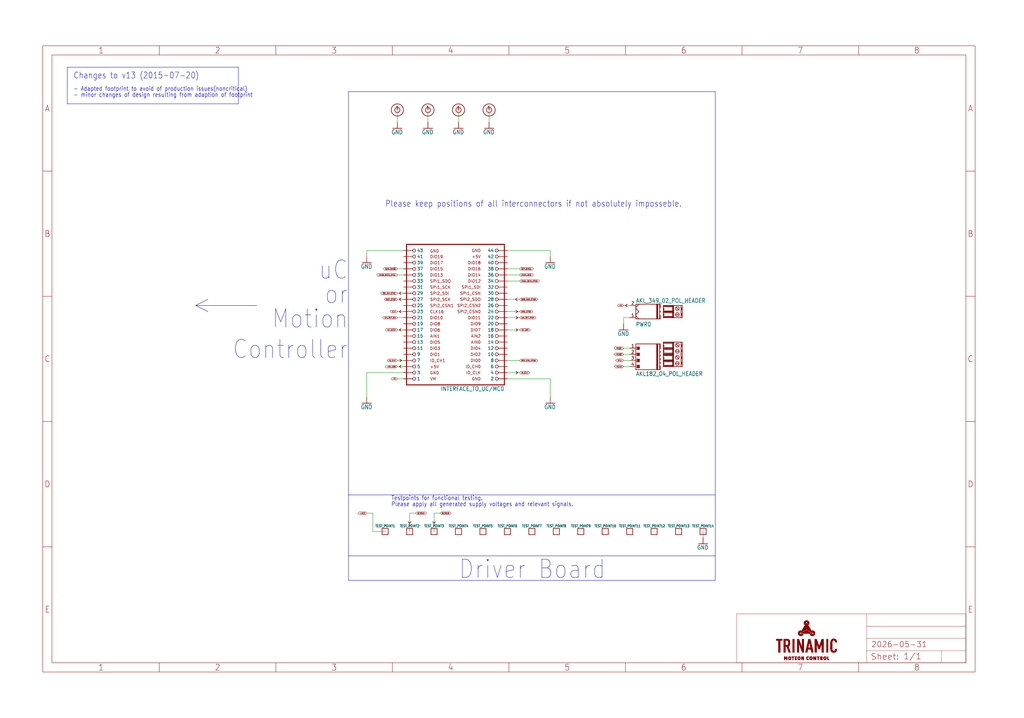
<source format=kicad_sch>
(kicad_sch (version 20230121) (generator eeschema)
  (paper "User" 425.45 298.602)
  (lib_symbols
    (symbol "working-eagle-import:1PIN_1ROW"
      (symbol "1PIN_1ROW_1_0"
        (pin bidirectional line (at 0 0 0) (length 0) (name "P$1") (number "1"))
      )
    )
    (symbol "working-eagle-import:AKL182_04_POL_HEADER"
      (symbol "AKL182_04_POL_HEADER_1_0"
        (pin bidirectional line (at 0 7.62 0) (length 2.54) (name "1") (number "1"))
        (pin bidirectional line (at 0 5.08 0) (length 2.54) (name "2") (number "2"))
        (pin bidirectional line (at 0 2.54 0) (length 2.54) (name "3") (number "3"))
        (pin bidirectional line (at 0 0 0) (length 2.54) (name "4") (number "4"))
      )
    )
    (symbol "working-eagle-import:AKL182_04_POL_TERMINAL")
    (symbol "working-eagle-import:AKL_330_2_POL_TERMINAL")
    (symbol "working-eagle-import:AKL_349_02_POL_HEADER"
      (property "Reference" "CON" (at -5.08 4.318 0))
      (symbol "AKL_349_02_POL_HEADER_1_0"
        (pin bidirectional line (at -7.62 2.54 0) (length 2.54) (name "1") (number "1"))
        (pin bidirectional line (at -7.62 -2.54 0) (length 2.54) (name "2") (number "2"))
      )
    )
    (symbol "working-eagle-import:DIRECTION")
    (symbol "working-eagle-import:FEMALE_HEADER_SMD_2.54_44_PINSHORTPADS_HOLES"
      (property "Reference" "CON" (at -34.29 31.115 0))
      (symbol "FEMALE_HEADER_SMD_2.54_44_PINSHORTPADS_HOLES_1_0"
        (text "+5V" (at -24.536 -22.83 0) (effects (font (size 1.2 1.2)) (justify left)))
        (text "+5V" (at -3.341 22.922 0) (effects (font (size 1.2 1.2)) (justify right)))
        (text "AIN0" (at -24.536 12.73 0) (effects (font (size 1.2 1.2)) (justify left)))
        (text "AIN1" (at -3.341 10.222 0) (effects (font (size 1.2 1.2)) (justify right)))
        (text "AIN2" (at -24.536 10.19 0) (effects (font (size 1.2 1.2)) (justify left)))
        (text "CLK16" (at -3.341 0.062 0) (effects (font (size 1.2 1.2)) (justify right)))
        (text "DIO0" (at -24.536 20.35 0) (effects (font (size 1.2 1.2)) (justify left)))
        (text "DIO1" (at -3.341 17.842 0) (effects (font (size 1.2 1.2)) (justify right)))
        (text "DIO10" (at -3.341 2.602 0) (effects (font (size 1.2 1.2)) (justify right)))
        (text "DIO11" (at -24.536 2.57 0) (effects (font (size 1.2 1.2)) (justify left)))
        (text "DIO12" (at -24.536 -12.67 0) (effects (font (size 1.2 1.2)) (justify left)))
        (text "DIO13" (at -3.341 -15.178 0) (effects (font (size 1.2 1.2)) (justify right)))
        (text "DIO14" (at -24.536 -15.21 0) (effects (font (size 1.2 1.2)) (justify left)))
        (text "DIO15" (at -3.341 -17.718 0) (effects (font (size 1.2 1.2)) (justify right)))
        (text "DIO16" (at -24.536 -17.75 0) (effects (font (size 1.2 1.2)) (justify left)))
        (text "DIO17" (at -3.341 -20.258 0) (effects (font (size 1.2 1.2)) (justify right)))
        (text "DIO18" (at -24.536 -20.29 0) (effects (font (size 1.2 1.2)) (justify left)))
        (text "DIO19" (at -3.341 -22.798 0) (effects (font (size 1.2 1.2)) (justify right)))
        (text "DIO2" (at -24.536 17.81 0) (effects (font (size 1.2 1.2)) (justify left)))
        (text "DIO3" (at -3.341 15.302 0) (effects (font (size 1.2 1.2)) (justify right)))
        (text "DIO4" (at -24.536 15.27 0) (effects (font (size 1.2 1.2)) (justify left)))
        (text "DIO5" (at -3.341 12.762 0) (effects (font (size 1.2 1.2)) (justify right)))
        (text "DIO6" (at -3.341 7.682 0) (effects (font (size 1.2 1.2)) (justify right)))
        (text "DIO7" (at -24.536 7.65 0) (effects (font (size 1.2 1.2)) (justify left)))
        (text "DIO8" (at -3.341 5.142 0) (effects (font (size 1.2 1.2)) (justify right)))
        (text "DIO9" (at -24.536 5.11 0) (effects (font (size 1.2 1.2)) (justify left)))
        (text "GND" (at -24.536 -25.37 0) (effects (font (size 1.2 1.2)) (justify left)))
        (text "GND" (at -24.536 27.97 0) (effects (font (size 1.2 1.2)) (justify left)))
        (text "GND" (at -3.341 -25.168 0) (effects (font (size 1.2 1.2)) (justify right)))
        (text "GND" (at -3.341 25.462 0) (effects (font (size 1.2 1.2)) (justify right)))
        (text "ID_CH0" (at -24.536 22.89 0) (effects (font (size 1.2 1.2)) (justify left)))
        (text "ID_CH1" (at -3.341 20.382 0) (effects (font (size 1.2 1.2)) (justify right)))
        (text "ID_CLK" (at -24.536 25.43 0) (effects (font (size 1.2 1.2)) (justify left)))
        (text "SPI1_CSN" (at -24.536 -7.59 0) (effects (font (size 1.2 1.2)) (justify left)))
        (text "SPI1_SCK" (at -3.341 -10.098 0) (effects (font (size 1.2 1.2)) (justify right)))
        (text "SPI1_SDI" (at -24.536 -10.13 0) (effects (font (size 1.2 1.2)) (justify left)))
        (text "SPI1_SDO" (at -3.341 -12.638 0) (effects (font (size 1.2 1.2)) (justify right)))
        (text "SPI2_CSN0" (at -24.536 0.03 0) (effects (font (size 1.2 1.2)) (justify left)))
        (text "SPI2_CSN1" (at -3.341 -2.478 0) (effects (font (size 1.2 1.2)) (justify right)))
        (text "SPI2_CSN2" (at -24.536 -2.51 0) (effects (font (size 1.2 1.2)) (justify left)))
        (text "SPI2_SCK" (at -3.341 -5.018 0) (effects (font (size 1.2 1.2)) (justify right)))
        (text "SPI2_SDI" (at -3.341 -7.558 0) (effects (font (size 1.2 1.2)) (justify right)))
        (text "SPI2_SDO" (at -24.536 -5.05 0) (effects (font (size 1.2 1.2)) (justify left)))
        (text "VM" (at -3.341 28.002 0) (effects (font (size 1.2 1.2)) (justify right)))
        (pin passive inverted (at 7.62 27.94 180) (length 5.08) (name "1") (number "1"))
        (pin passive inverted (at -35.56 17.78 0) (length 5.08) (name "10") (number "10"))
        (pin passive inverted (at 7.62 15.24 180) (length 5.08) (name "11") (number "11"))
        (pin passive inverted (at -35.56 15.24 0) (length 5.08) (name "12") (number "12"))
        (pin passive inverted (at 7.62 12.7 180) (length 5.08) (name "13") (number "13"))
        (pin passive inverted (at -35.56 12.7 0) (length 5.08) (name "14") (number "14"))
        (pin passive inverted (at 7.62 10.16 180) (length 5.08) (name "15") (number "15"))
        (pin passive inverted (at -35.56 10.16 0) (length 5.08) (name "16") (number "16"))
        (pin passive inverted (at 7.62 7.62 180) (length 5.08) (name "17") (number "17"))
        (pin passive inverted (at -35.56 7.62 0) (length 5.08) (name "18") (number "18"))
        (pin passive inverted (at 7.62 5.08 180) (length 5.08) (name "19") (number "19"))
        (pin passive inverted (at -35.56 27.94 0) (length 5.08) (name "2") (number "2"))
        (pin passive inverted (at -35.56 5.08 0) (length 5.08) (name "20") (number "20"))
        (pin passive inverted (at 7.62 2.54 180) (length 5.08) (name "21") (number "21"))
        (pin passive inverted (at -35.56 2.54 0) (length 5.08) (name "22") (number "22"))
        (pin passive inverted (at 7.62 0 180) (length 5.08) (name "23") (number "23"))
        (pin passive inverted (at -35.56 0 0) (length 5.08) (name "24") (number "24"))
        (pin passive inverted (at 7.62 -2.54 180) (length 5.08) (name "25") (number "25"))
        (pin passive inverted (at -35.56 -2.54 0) (length 5.08) (name "26") (number "26"))
        (pin passive inverted (at 7.62 -5.08 180) (length 5.08) (name "27") (number "27"))
        (pin passive inverted (at -35.56 -5.08 0) (length 5.08) (name "28") (number "28"))
        (pin passive inverted (at 7.62 -7.62 180) (length 5.08) (name "29") (number "29"))
        (pin passive inverted (at 7.62 25.4 180) (length 5.08) (name "3") (number "3"))
        (pin passive inverted (at -35.56 -7.62 0) (length 5.08) (name "30") (number "30"))
        (pin passive inverted (at 7.62 -10.16 180) (length 5.08) (name "31") (number "31"))
        (pin passive inverted (at -35.56 -10.16 0) (length 5.08) (name "32") (number "32"))
        (pin passive inverted (at 7.62 -12.7 180) (length 5.08) (name "33") (number "33"))
        (pin passive inverted (at -35.56 -12.7 0) (length 5.08) (name "34") (number "34"))
        (pin passive inverted (at 7.62 -15.24 180) (length 5.08) (name "35") (number "35"))
        (pin passive inverted (at -35.56 -15.24 0) (length 5.08) (name "36") (number "36"))
        (pin passive inverted (at 7.62 -17.78 180) (length 5.08) (name "37") (number "37"))
        (pin passive inverted (at -35.56 -17.78 0) (length 5.08) (name "38") (number "38"))
        (pin passive inverted (at 7.62 -20.32 180) (length 5.08) (name "39") (number "39"))
        (pin passive inverted (at -35.56 25.4 0) (length 5.08) (name "4") (number "4"))
        (pin passive inverted (at -35.56 -20.32 0) (length 5.08) (name "40") (number "40"))
        (pin passive inverted (at 7.62 -22.86 180) (length 5.08) (name "41") (number "41"))
        (pin passive inverted (at -35.56 -22.86 0) (length 5.08) (name "42") (number "42"))
        (pin passive inverted (at 7.62 -25.4 180) (length 5.08) (name "43") (number "43"))
        (pin passive inverted (at -35.56 -25.4 0) (length 5.08) (name "44") (number "44"))
        (pin passive inverted (at 7.62 22.86 180) (length 5.08) (name "5") (number "5"))
        (pin passive inverted (at -35.56 22.86 0) (length 5.08) (name "6") (number "6"))
        (pin passive inverted (at 7.62 20.32 180) (length 5.08) (name "7") (number "7"))
        (pin passive inverted (at -35.56 20.32 0) (length 5.08) (name "8") (number "8"))
        (pin passive inverted (at 7.62 17.78 180) (length 5.08) (name "9") (number "9"))
      )
    )
    (symbol "working-eagle-import:FRAME_TMC_A3L_LOGO"
      (symbol "FRAME_TMC_A3L_LOGO_1_0"
        (text "${#}/${##}" (at 357.505 5.08 0) (effects (font (size 2.54 2.54)) (justify left bottom)))
        (text "${CURRENT_DATE}" (at 344.17 10.16 0) (effects (font (size 2.286 2.286)) (justify left bottom)))
        (text "${PROJECTNAME}" (at 344.17 15.24 0) (effects (font (size 2.54 2.54)) (justify left bottom)))
        (text "1" (at 24.2094 1.905 0) (effects (font (size 2.54 2.286))))
        (text "1" (at 24.2094 258.445 0) (effects (font (size 2.54 2.286))))
        (text "2" (at 72.6281 1.905 0) (effects (font (size 2.54 2.286))))
        (text "2" (at 72.6281 258.445 0) (effects (font (size 2.54 2.286))))
        (text "3" (at 121.0469 1.905 0) (effects (font (size 2.54 2.286))))
        (text "3" (at 121.0469 258.445 0) (effects (font (size 2.54 2.286))))
        (text "4" (at 169.4656 1.905 0) (effects (font (size 2.54 2.286))))
        (text "4" (at 169.4656 258.445 0) (effects (font (size 2.54 2.286))))
        (text "5" (at 217.8844 1.905 0) (effects (font (size 2.54 2.286))))
        (text "5" (at 217.8844 258.445 0) (effects (font (size 2.54 2.286))))
        (text "6" (at 266.3031 1.905 0) (effects (font (size 2.54 2.286))))
        (text "6" (at 266.3031 258.445 0) (effects (font (size 2.54 2.286))))
        (text "7" (at 314.7219 1.905 0) (effects (font (size 2.54 2.286))))
        (text "7" (at 314.7219 258.445 0) (effects (font (size 2.54 2.286))))
        (text "8" (at 363.1406 1.905 0) (effects (font (size 2.54 2.286))))
        (text "8" (at 363.1406 258.445 0) (effects (font (size 2.54 2.286))))
        (text "A" (at 1.905 234.315 0) (effects (font (size 2.54 2.286))))
        (text "A" (at 385.445 234.315 0) (effects (font (size 2.54 2.286))))
        (text "B" (at 1.905 182.245 0) (effects (font (size 2.54 2.286))))
        (text "B" (at 385.445 182.245 0) (effects (font (size 2.54 2.286))))
        (text "C" (at 1.905 130.175 0) (effects (font (size 2.54 2.286))))
        (text "C" (at 385.445 130.175 0) (effects (font (size 2.54 2.286))))
        (text "D" (at 1.905 78.105 0) (effects (font (size 2.54 2.286))))
        (text "D" (at 385.445 78.105 0) (effects (font (size 2.54 2.286))))
        (text "E" (at 1.905 26.035 0) (effects (font (size 2.54 2.286))))
        (text "E" (at 385.445 26.035 0) (effects (font (size 2.54 2.286))))
        (text "Sheet:" (at 343.916 4.953 0) (effects (font (size 2.54 2.54)) (justify left bottom)))
      )
    )
    (symbol "working-eagle-import:GND" (power)
      (property "Value" "GND" (at -2.54 -2.54 0))
      (symbol "GND_1_0"
        (pin power_in line (at 0 2.54 270) (length 2.54) (name "GND") (number "1"))
      )
    )
    (symbol "working-eagle-import:PAD_ROUND"
      (property "Reference" "PAD_" (at 0 2.286 0))
      (symbol "PAD_ROUND_1_0"
        (pin bidirectional line (at 0 0 0) (length 0) (name "P$1") (number "P$1"))
      )
    )
  )
  (wire (pts (xy 165.1 45.72) (xy 165.1 50.8)) (stroke (width 0.1524)))
  (wire (pts (xy 259.08 134.62) (xy 259.08 132.08)) (stroke (width 0.1524)))
  (wire (pts (xy 259.08 132.08) (xy 261.62 132.08)) (stroke (width 0.1524)))
  (wire (pts (xy 215.9 132.08) (xy 210.82 132.08)) (stroke (width 0.1524)))
  (wire (pts (xy 215.9 137.16) (xy 210.82 137.16)) (stroke (width 0.1524)))
  (wire (pts (xy 170.18 220.98) (xy 170.18 213.36)) (stroke (width 0.1524)))
  (wire (pts (xy 210.82 104.14) (xy 228.6 104.14)) (stroke (width 0.1524)))
  (polyline (pts (xy 81.28 127) (xy 106.68 127)) (stroke (width 0.1524) (type solid)))
  (wire (pts (xy 215.9 124.46) (xy 210.82 124.46)) (stroke (width 0.1524)))
  (wire (pts (xy 203.2 45.72) (xy 203.2 50.8)) (stroke (width 0.1524)))
  (polyline (pts (xy 144.78 205.74) (xy 144.78 231.14)) (stroke (width 0.1524) (type solid)))
  (polyline (pts (xy 144.78 231.14) (xy 297.18 231.14)) (stroke (width 0.1524) (type solid)))
  (wire (pts (xy 215.9 149.86) (xy 210.82 149.86)) (stroke (width 0.1524)))
  (wire (pts (xy 215.9 129.54) (xy 210.82 129.54)) (stroke (width 0.1524)))
  (polyline (pts (xy 81.28 127) (xy 86.36 129.54)) (stroke (width 0.1524) (type solid)))
  (wire (pts (xy 292.1 223.52) (xy 292.1 220.98)) (stroke (width 0.1524)))
  (polyline (pts (xy 86.36 124.46) (xy 81.28 127)) (stroke (width 0.1524) (type solid)))
  (wire (pts (xy 167.64 129.54) (xy 165.1 129.54)) (stroke (width 0.1524)))
  (wire (pts (xy 190.5 45.72) (xy 190.5 50.8)) (stroke (width 0.1524)))
  (wire (pts (xy 261.62 149.86) (xy 259.08 149.86)) (stroke (width 0.1524)))
  (wire (pts (xy 177.8 45.72) (xy 177.8 50.8)) (stroke (width 0.1524)))
  (wire (pts (xy 154.94 220.98) (xy 154.94 213.36)) (stroke (width 0.1524)))
  (polyline (pts (xy 297.18 231.14) (xy 297.18 205.74)) (stroke (width 0.1524) (type solid)))
  (polyline (pts (xy 27.94 27.94) (xy 99.06 27.94)) (stroke (width 0.1524) (type solid)))
  (wire (pts (xy 167.64 111.76) (xy 165.1 111.76)) (stroke (width 0.1524)))
  (wire (pts (xy 167.64 154.94) (xy 152.4 154.94)) (stroke (width 0.1524)))
  (wire (pts (xy 167.64 152.4) (xy 165.1 152.4)) (stroke (width 0.1524)))
  (wire (pts (xy 261.62 152.4) (xy 259.08 152.4)) (stroke (width 0.1524)))
  (wire (pts (xy 167.64 137.16) (xy 165.1 137.16)) (stroke (width 0.1524)))
  (polyline (pts (xy 27.94 43.18) (xy 27.94 27.94)) (stroke (width 0.1524) (type solid)))
  (wire (pts (xy 215.9 114.3) (xy 210.82 114.3)) (stroke (width 0.1524)))
  (wire (pts (xy 261.62 127) (xy 259.08 127)) (stroke (width 0.1524)))
  (polyline (pts (xy 144.78 231.14) (xy 144.78 241.3)) (stroke (width 0.1524) (type solid)))
  (wire (pts (xy 152.4 154.94) (xy 152.4 165.1)) (stroke (width 0.1524)))
  (wire (pts (xy 167.64 121.92) (xy 165.1 121.92)) (stroke (width 0.1524)))
  (wire (pts (xy 160.02 220.98) (xy 154.94 220.98)) (stroke (width 0.1524)))
  (polyline (pts (xy 144.78 38.1) (xy 144.78 205.74)) (stroke (width 0.1524) (type solid)))
  (wire (pts (xy 261.62 144.78) (xy 259.08 144.78)) (stroke (width 0.1524)))
  (polyline (pts (xy 99.06 43.18) (xy 27.94 43.18)) (stroke (width 0.1524) (type solid)))
  (polyline (pts (xy 144.78 205.74) (xy 297.18 205.74)) (stroke (width 0.1524) (type solid)))
  (wire (pts (xy 167.64 114.3) (xy 165.1 114.3)) (stroke (width 0.1524)))
  (wire (pts (xy 228.6 157.48) (xy 228.6 165.1)) (stroke (width 0.1524)))
  (wire (pts (xy 167.64 104.14) (xy 152.4 104.14)) (stroke (width 0.1524)))
  (wire (pts (xy 180.34 220.98) (xy 180.34 213.36)) (stroke (width 0.1524)))
  (polyline (pts (xy 297.18 38.1) (xy 144.78 38.1)) (stroke (width 0.1524) (type solid)))
  (wire (pts (xy 261.62 147.32) (xy 259.08 147.32)) (stroke (width 0.1524)))
  (wire (pts (xy 167.64 149.86) (xy 165.1 149.86)) (stroke (width 0.1524)))
  (polyline (pts (xy 297.18 241.3) (xy 297.18 231.14)) (stroke (width 0.1524) (type solid)))
  (wire (pts (xy 167.64 124.46) (xy 165.1 124.46)) (stroke (width 0.1524)))
  (polyline (pts (xy 297.18 205.74) (xy 297.18 38.1)) (stroke (width 0.1524) (type solid)))
  (wire (pts (xy 167.64 132.08) (xy 165.1 132.08)) (stroke (width 0.1524)))
  (polyline (pts (xy 144.78 241.3) (xy 297.18 241.3)) (stroke (width 0.1524) (type solid)))
  (wire (pts (xy 170.18 213.36) (xy 172.72 213.36)) (stroke (width 0.1524)))
  (polyline (pts (xy 99.06 27.94) (xy 99.06 43.18)) (stroke (width 0.1524) (type solid)))
  (wire (pts (xy 180.34 213.36) (xy 182.88 213.36)) (stroke (width 0.1524)))
  (wire (pts (xy 215.9 154.94) (xy 210.82 154.94)) (stroke (width 0.1524)))
  (wire (pts (xy 228.6 104.14) (xy 228.6 106.68)) (stroke (width 0.1524)))
  (wire (pts (xy 210.82 157.48) (xy 228.6 157.48)) (stroke (width 0.1524)))
  (wire (pts (xy 215.9 111.76) (xy 210.82 111.76)) (stroke (width 0.1524)))
  (wire (pts (xy 167.64 157.48) (xy 165.1 157.48)) (stroke (width 0.1524)))
  (wire (pts (xy 154.94 213.36) (xy 152.4 213.36)) (stroke (width 0.1524)))
  (wire (pts (xy 152.4 104.14) (xy 152.4 106.68)) (stroke (width 0.1524)))
  (wire (pts (xy 215.9 116.84) (xy 210.82 116.84)) (stroke (width 0.1524)))
  (text "- minor changes of design resulting from adaption of footprint" (at 30.48 40.64 0) (effects (font (size 1.778 1.5113)) (justify left bottom)))
  (text "Please keep positions of all interconnectors if not absolutely imposseble." (at 160.02 86.36 0) (effects (font (size 2.54 2.159)) (justify left bottom)))
  (text "Driver Board" (at 190.5 241.3 0) (effects (font (size 7.62 6.477)) (justify left bottom)))
  (text "Testpoints for functional testing." (at 162.56 208.28 0) (effects (font (size 1.778 1.5113)) (justify left bottom)))
  (text "Controller" (at 144.78 149.86 0) (effects (font (size 7.62 6.477)) (justify right bottom)))
  (text "or" (at 144.78 127 0) (effects (font (size 7.62 6.477)) (justify right bottom)))
  (text "- Adapted footprint to avoid of production issues(noncritical)" (at 30.48 38.1 0) (effects (font (size 1.778 1.5113)) (justify left bottom)))
  (text "uC" (at 144.78 116.84 0) (effects (font (size 7.62 6.477)) (justify right bottom)))
  (text "Motion" (at 144.78 137.16 0) (effects (font (size 7.62 6.477)) (justify right bottom)))
  (text "Changes to v13 (2015-07-20)" (at 30.48 33.02 0) (effects (font (size 2.54 2.159)) (justify left bottom)))
  (text "Please apply all generated supply voltages and relevant signals." (at 162.56 210.82 0) (effects (font (size 1.778 1.5113)) (justify left bottom)))
  (global_label "+3V3" (shape bidirectional) (at 152.4 213.36 180) (effects (font (size 0.5334 0.5334))) (property "Intersheetrefs" "${INTERSHEET_REFS}" (effects hide)))
  (global_label "SDI_NAI_CFG1" (shape bidirectional) (at 165.1 121.92 180) (effects (font (size 0.5334 0.5334))) (property "Intersheetrefs" "${INTERSHEET_REFS}" (effects hide)))
  (global_label "+5V_USB" (shape bidirectional) (at 165.1 152.4 180) (effects (font (size 0.5334 0.5334))) (property "Intersheetrefs" "${INTERSHEET_REFS}" (effects hide)))
  (global_label "ID_CLK" (shape bidirectional) (at 215.9 154.94 0) (effects (font (size 0.5334 0.5334))) (property "Intersheetrefs" "${INTERSHEET_REFS}" (effects hide)))
  (global_label "VM" (shape bidirectional) (at 165.1 157.48 180) (effects (font (size 0.5334 0.5334))) (property "Intersheetrefs" "${INTERSHEET_REFS}" (effects hide)))
  (global_label "VM" (shape bidirectional) (at 259.08 127 180) (effects (font (size 0.5334 0.5334))) (property "Intersheetrefs" "${INTERSHEET_REFS}" (effects hide)))
  (global_label "INT_DIR" (shape bidirectional) (at 215.9 137.16 0) (effects (font (size 0.5334 0.5334))) (property "Intersheetrefs" "${INTERSHEET_REFS}" (effects hide)))
  (global_label "SEP_DIAG1" (shape bidirectional) (at 215.9 111.76 0) (effects (font (size 0.5334 0.5334))) (property "Intersheetrefs" "${INTERSHEET_REFS}" (effects hide)))
  (global_label "ENCN_DCO" (shape bidirectional) (at 215.9 114.3 0) (effects (font (size 0.5334 0.5334))) (property "Intersheetrefs" "${INTERSHEET_REFS}" (effects hide)))
  (global_label "ENCB_DCEN_CFG4" (shape bidirectional) (at 165.1 114.3 180) (effects (font (size 0.5334 0.5334))) (property "Intersheetrefs" "${INTERSHEET_REFS}" (effects hide)))
  (global_label "SENSEA" (shape bidirectional) (at 172.72 213.36 0) (effects (font (size 0.5334 0.5334))) (property "Intersheetrefs" "${INTERSHEET_REFS}" (effects hide)))
  (global_label "AIN_REF_SW" (shape bidirectional) (at 165.1 132.08 180) (effects (font (size 0.5334 0.5334))) (property "Intersheetrefs" "${INTERSHEET_REFS}" (effects hide)))
  (global_label "DRV_ENN_CFG6" (shape bidirectional) (at 215.9 149.86 0) (effects (font (size 0.5334 0.5334))) (property "Intersheetrefs" "${INTERSHEET_REFS}" (effects hide)))
  (global_label "M1A" (shape bidirectional) (at 259.08 149.86 180) (effects (font (size 0.569 0.569))) (property "Intersheetrefs" "${INTERSHEET_REFS}" (effects hide)))
  (global_label "SCK_CFG2" (shape bidirectional) (at 165.1 124.46 180) (effects (font (size 0.5334 0.5334))) (property "Intersheetrefs" "${INTERSHEET_REFS}" (effects hide)))
  (global_label "M1B1" (shape bidirectional) (at 259.08 144.78 180) (effects (font (size 0.569 0.569))) (property "Intersheetrefs" "${INTERSHEET_REFS}" (effects hide)))
  (global_label "ENCA_DCIN_CFG5" (shape bidirectional) (at 215.9 116.84 0) (effects (font (size 0.5334 0.5334))) (property "Intersheetrefs" "${INTERSHEET_REFS}" (effects hide)))
  (global_label "SWN_DIAG0" (shape bidirectional) (at 165.1 111.76 180) (effects (font (size 0.5334 0.5334))) (property "Intersheetrefs" "${INTERSHEET_REFS}" (effects hide)))
  (global_label "INT_STEP" (shape bidirectional) (at 165.1 137.16 180) (effects (font (size 0.5334 0.5334))) (property "Intersheetrefs" "${INTERSHEET_REFS}" (effects hide)))
  (global_label "CSN_CFG3" (shape bidirectional) (at 215.9 129.54 0) (effects (font (size 0.5334 0.5334))) (property "Intersheetrefs" "${INTERSHEET_REFS}" (effects hide)))
  (global_label "AIN_REF_PWM" (shape bidirectional) (at 215.9 132.08 0) (effects (font (size 0.5334 0.5334))) (property "Intersheetrefs" "${INTERSHEET_REFS}" (effects hide)))
  (global_label "SENSEB" (shape bidirectional) (at 182.88 213.36 0) (effects (font (size 0.5334 0.5334))) (property "Intersheetrefs" "${INTERSHEET_REFS}" (effects hide)))
  (global_label "M1A2" (shape bidirectional) (at 259.08 152.4 180) (effects (font (size 0.569 0.569))) (property "Intersheetrefs" "${INTERSHEET_REFS}" (effects hide)))
  (global_label "SDO_NAO_CFG0" (shape bidirectional) (at 215.9 124.46 0) (effects (font (size 0.5334 0.5334))) (property "Intersheetrefs" "${INTERSHEET_REFS}" (effects hide)))
  (global_label "CLK" (shape bidirectional) (at 165.1 129.54 180) (effects (font (size 0.5334 0.5334))) (property "Intersheetrefs" "${INTERSHEET_REFS}" (effects hide)))
  (global_label "ID_CH1" (shape bidirectional) (at 165.1 149.86 180) (effects (font (size 0.5334 0.5334))) (property "Intersheetrefs" "${INTERSHEET_REFS}" (effects hide)))
  (global_label "M1B2" (shape bidirectional) (at 259.08 147.32 180) (effects (font (size 0.569 0.569))) (property "Intersheetrefs" "${INTERSHEET_REFS}" (effects hide)))
  (symbol (lib_id "working-eagle-import:PAD_ROUND") (at 292.1 220.98 0) (unit 1)
    (property "Reference" "TEST_POINT14" (at 292.1 218.694 0) (effects (font (size 1.016 0.8636))))
    (property "Value" "PAD_ROUND" (effects hide))
    (property "Footprint" "working:PAD_R1.2" (effects hide))
  )
  (symbol (lib_id "working-eagle-import:DIRECTION") (at 167.64 152.4 180) (unit 1)
    (property "Reference" "#S10" (effects hide))
    (property "Value" "DIRECTION" (effects hide))
  )
  (symbol (lib_id "working-eagle-import:DIRECTION") (at 215.9 124.46 180) (unit 1)
    (property "Reference" "#S4" (effects hide))
    (property "Value" "DIRECTION" (effects hide))
  )
  (symbol (lib_id "working-eagle-import:GND") (at 203.2 53.34 0) (unit 1)
    (property "Reference" "#GND9" (effects hide))
    (property "Value" "GND" (at 200.66 55.88 0) (effects (font (size 1.778 1.5113)) (justify left bottom)))
  )
  (symbol (lib_id "working-eagle-import:1PIN_1ROW") (at 165.1 45.72 0) (unit 1)
    (property "Reference" "PROBE_GND0" (effects hide))
    (property "Value" "1PIN_1ROW" (effects hide))
    (property "Footprint" "working:1PIN_1ROW_THT" (effects hide))
  )
  (symbol (lib_id "working-eagle-import:GND") (at 152.4 109.22 0) (unit 1)
    (property "Reference" "#GND19" (effects hide))
    (property "Value" "GND" (at 149.86 111.76 0) (effects (font (size 1.778 1.5113)) (justify left bottom)))
  )
  (symbol (lib_id "working-eagle-import:PAD_ROUND") (at 261.62 220.98 0) (unit 1)
    (property "Reference" "TEST_POINT11" (at 261.62 218.694 0) (effects (font (size 1.016 0.8636))))
    (property "Value" "PAD_ROUND" (effects hide))
    (property "Footprint" "working:PAD_R1.2" (effects hide))
  )
  (symbol (lib_id "working-eagle-import:DIRECTION") (at 180.34 215.9 270) (unit 1)
    (property "Reference" "#S21" (effects hide))
    (property "Value" "DIRECTION" (effects hide))
  )
  (symbol (lib_id "working-eagle-import:1PIN_1ROW") (at 177.8 45.72 0) (unit 1)
    (property "Reference" "PROBE_GND1" (effects hide))
    (property "Value" "1PIN_1ROW" (effects hide))
    (property "Footprint" "working:1PIN_1ROW_THT" (effects hide))
  )
  (symbol (lib_id "working-eagle-import:GND") (at 165.1 53.34 0) (unit 1)
    (property "Reference" "#GND5" (effects hide))
    (property "Value" "GND" (at 162.56 55.88 0) (effects (font (size 1.778 1.5113)) (justify left bottom)))
  )
  (symbol (lib_id "working-eagle-import:1PIN_1ROW") (at 190.5 45.72 0) (unit 1)
    (property "Reference" "PROBE_GND2" (effects hide))
    (property "Value" "1PIN_1ROW" (effects hide))
    (property "Footprint" "working:1PIN_1ROW_THT" (effects hide))
  )
  (symbol (lib_id "working-eagle-import:PAD_ROUND") (at 210.82 220.98 0) (unit 1)
    (property "Reference" "TEST_POINT6" (at 210.82 218.694 0) (effects (font (size 1.016 0.8636))))
    (property "Value" "PAD_ROUND" (effects hide))
    (property "Footprint" "working:PAD_R1.2" (effects hide))
  )
  (symbol (lib_id "working-eagle-import:PAD_ROUND") (at 220.98 220.98 0) (unit 1)
    (property "Reference" "TEST_POINT7" (at 220.98 218.694 0) (effects (font (size 1.016 0.8636))))
    (property "Value" "PAD_ROUND" (effects hide))
    (property "Footprint" "working:PAD_R1.2" (effects hide))
  )
  (symbol (lib_id "working-eagle-import:AKL182_04_POL_HEADER") (at 261.62 152.4 0) (unit 1)
    (property "Reference" "MOTOR1" (effects hide))
    (property "Value" "AKL182_04_POL_HEADER" (at 264.16 154.432 0) (effects (font (size 1.778 1.5113)) (justify left top)))
    (property "Footprint" "working:AKL169_04_POL" (effects hide))
  )
  (symbol (lib_id "working-eagle-import:DIRECTION") (at 167.64 121.92 180) (unit 1)
    (property "Reference" "#S16" (effects hide))
    (property "Value" "DIRECTION" (effects hide))
  )
  (symbol (lib_id "working-eagle-import:GND") (at 292.1 226.06 0) (unit 1)
    (property "Reference" "#GND10" (effects hide))
    (property "Value" "GND" (at 289.56 228.6 0) (effects (font (size 1.778 1.5113)) (justify left bottom)))
  )
  (symbol (lib_id "working-eagle-import:PAD_ROUND") (at 200.66 220.98 0) (unit 1)
    (property "Reference" "TEST_POINT5" (at 200.66 218.694 0) (effects (font (size 1.016 0.8636))))
    (property "Value" "PAD_ROUND" (effects hide))
    (property "Footprint" "working:PAD_R1.2" (effects hide))
  )
  (symbol (lib_id "working-eagle-import:PAD_ROUND") (at 271.78 220.98 0) (unit 1)
    (property "Reference" "TEST_POINT12" (at 271.78 218.694 0) (effects (font (size 1.016 0.8636))))
    (property "Value" "PAD_ROUND" (effects hide))
    (property "Footprint" "working:PAD_R1.2" (effects hide))
  )
  (symbol (lib_id "working-eagle-import:GND") (at 152.4 167.64 0) (unit 1)
    (property "Reference" "#GND21" (effects hide))
    (property "Value" "GND" (at 149.86 170.18 0) (effects (font (size 1.778 1.5113)) (justify left bottom)))
  )
  (symbol (lib_id "working-eagle-import:GND") (at 190.5 53.34 0) (unit 1)
    (property "Reference" "#GND8" (effects hide))
    (property "Value" "GND" (at 187.96 55.88 0) (effects (font (size 1.778 1.5113)) (justify left bottom)))
  )
  (symbol (lib_id "working-eagle-import:AKL_330_2_POL_TERMINAL") (at 279.4 129.54 0) (unit 1)
    (property "Reference" "TERM1" (effects hide))
    (property "Value" "AKL_330_2_POL_TERMINAL" (effects hide))
    (property "Footprint" "working:EXTRA_TERMINAL" (effects hide))
  )
  (symbol (lib_id "working-eagle-import:DIRECTION") (at 167.64 129.54 180) (unit 1)
    (property "Reference" "#S13" (effects hide))
    (property "Value" "DIRECTION" (effects hide))
  )
  (symbol (lib_id "working-eagle-import:PAD_ROUND") (at 251.46 220.98 0) (unit 1)
    (property "Reference" "TEST_POINT10" (at 251.46 218.694 0) (effects (font (size 1.016 0.8636))))
    (property "Value" "PAD_ROUND" (effects hide))
    (property "Footprint" "working:PAD_R1.2" (effects hide))
  )
  (symbol (lib_id "working-eagle-import:DIRECTION") (at 170.18 215.9 270) (unit 1)
    (property "Reference" "#S20" (effects hide))
    (property "Value" "DIRECTION" (effects hide))
  )
  (symbol (lib_id "working-eagle-import:FRAME_TMC_A3L_LOGO") (at 322.58 274.32 0) (unit 2)
    (property "Reference" "#U$2" (effects hide))
    (property "Value" "FRAME_TMC_A3L_LOGO" (effects hide))
  )
  (symbol (lib_id "working-eagle-import:AKL182_04_POL_TERMINAL") (at 279.4 147.32 0) (unit 1)
    (property "Reference" "TERM2" (effects hide))
    (property "Value" "AKL182_04_POL_TERMINAL" (effects hide))
    (property "Footprint" "working:EXTRA_TERMINAL" (effects hide))
  )
  (symbol (lib_id "working-eagle-import:GND") (at 228.6 109.22 0) (unit 1)
    (property "Reference" "#GND18" (effects hide))
    (property "Value" "GND" (at 226.06 111.76 0) (effects (font (size 1.778 1.5113)) (justify left bottom)))
  )
  (symbol (lib_id "working-eagle-import:PAD_ROUND") (at 180.34 220.98 0) (unit 1)
    (property "Reference" "TEST_POINT3" (at 180.34 218.694 0) (effects (font (size 1.016 0.8636))))
    (property "Value" "PAD_ROUND" (effects hide))
    (property "Footprint" "working:PAD_R1.2" (effects hide))
  )
  (symbol (lib_id "working-eagle-import:AKL_349_02_POL_HEADER") (at 269.24 129.54 0) (mirror x) (unit 1)
    (property "Reference" "PWR0" (at 264.16 133.858 0) (effects (font (size 1.778 1.5113)) (justify left bottom)))
    (property "Value" "AKL_349_02_POL_HEADER" (at 264.16 125.984 0) (effects (font (size 1.778 1.5113)) (justify left top)))
    (property "Footprint" "working:AKL349_02_POL" (effects hide))
  )
  (symbol (lib_id "working-eagle-import:GND") (at 177.8 53.34 0) (unit 1)
    (property "Reference" "#GND7" (effects hide))
    (property "Value" "GND" (at 175.26 55.88 0) (effects (font (size 1.778 1.5113)) (justify left bottom)))
  )
  (symbol (lib_id "working-eagle-import:DIRECTION") (at 213.36 132.08 0) (unit 1)
    (property "Reference" "#S5" (effects hide))
    (property "Value" "DIRECTION" (effects hide))
  )
  (symbol (lib_id "working-eagle-import:PAD_ROUND") (at 170.18 220.98 0) (unit 1)
    (property "Reference" "TEST_POINT2" (at 170.18 218.694 0) (effects (font (size 1.016 0.8636))))
    (property "Value" "PAD_ROUND" (effects hide))
    (property "Footprint" "working:PAD_R1.2" (effects hide))
  )
  (symbol (lib_id "working-eagle-import:FRAME_TMC_A3L_LOGO") (at 17.78 279.4 0) (unit 1)
    (property "Reference" "#U$2" (effects hide))
    (property "Value" "FRAME_TMC_A3L_LOGO" (effects hide))
  )
  (symbol (lib_id "working-eagle-import:DIRECTION") (at 165.1 149.86 0) (unit 1)
    (property "Reference" "#S9" (effects hide))
    (property "Value" "DIRECTION" (effects hide))
  )
  (symbol (lib_id "working-eagle-import:PAD_ROUND") (at 281.94 220.98 0) (unit 1)
    (property "Reference" "TEST_POINT13" (at 281.94 218.694 0) (effects (font (size 1.016 0.8636))))
    (property "Value" "PAD_ROUND" (effects hide))
    (property "Footprint" "working:PAD_R1.2" (effects hide))
  )
  (symbol (lib_id "working-eagle-import:GND") (at 259.08 137.16 0) (unit 1)
    (property "Reference" "#GND13" (effects hide))
    (property "Value" "GND" (at 256.54 139.7 0) (effects (font (size 1.778 1.5113)) (justify left bottom)))
  )
  (symbol (lib_id "working-eagle-import:DIRECTION") (at 167.64 137.16 180) (unit 1)
    (property "Reference" "#S11" (effects hide))
    (property "Value" "DIRECTION" (effects hide))
  )
  (symbol (lib_id "working-eagle-import:PAD_ROUND") (at 231.14 220.98 0) (unit 1)
    (property "Reference" "TEST_POINT8" (at 231.14 218.694 0) (effects (font (size 1.016 0.8636))))
    (property "Value" "PAD_ROUND" (effects hide))
    (property "Footprint" "working:PAD_R1.2" (effects hide))
  )
  (symbol (lib_id "working-eagle-import:DIRECTION") (at 261.62 127 180) (unit 1)
    (property "Reference" "#S19" (effects hide))
    (property "Value" "DIRECTION" (effects hide))
  )
  (symbol (lib_id "working-eagle-import:DIRECTION") (at 213.36 154.94 0) (unit 1)
    (property "Reference" "#S8" (effects hide))
    (property "Value" "DIRECTION" (effects hide))
  )
  (symbol (lib_id "working-eagle-import:GND") (at 228.6 167.64 0) (unit 1)
    (property "Reference" "#GND20" (effects hide))
    (property "Value" "GND" (at 226.06 170.18 0) (effects (font (size 1.778 1.5113)) (justify left bottom)))
  )
  (symbol (lib_id "working-eagle-import:DIRECTION") (at 167.64 124.46 180) (unit 1)
    (property "Reference" "#S15" (effects hide))
    (property "Value" "DIRECTION" (effects hide))
  )
  (symbol (lib_id "working-eagle-import:FEMALE_HEADER_SMD_2.54_44_PINSHORTPADS_HOLES") (at 175.26 129.54 180) (unit 1)
    (property "Reference" "INTERFACE_TO_UC/MC0" (at 209.55 160.655 0) (effects (font (size 1.778 1.5113)) (justify left bottom)))
    (property "Value" "FEMALE_HEADER_SMD_2.54_44_PINSHORTPADS_HOLES" (effects hide))
    (property "Footprint" "working:FEMALE_HEADER_SMD_254_44_PIN_SHORTPADS_HOLES" (effects hide))
    (property "2_PARTNUMBER" "HLE-122-02-F-DV-A" (effects hide))
  )
  (symbol (lib_id "working-eagle-import:DIRECTION") (at 213.36 137.16 0) (unit 1)
    (property "Reference" "#S12" (effects hide))
    (property "Value" "DIRECTION" (effects hide))
  )
  (symbol (lib_id "working-eagle-import:PAD_ROUND") (at 241.3 220.98 0) (unit 1)
    (property "Reference" "TEST_POINT9" (at 241.3 218.694 0) (effects (font (size 1.016 0.8636))))
    (property "Value" "PAD_ROUND" (effects hide))
    (property "Footprint" "working:PAD_R1.2" (effects hide))
  )
  (symbol (lib_id "working-eagle-import:DIRECTION") (at 213.36 129.54 0) (unit 1)
    (property "Reference" "#S6" (effects hide))
    (property "Value" "DIRECTION" (effects hide))
  )
  (symbol (lib_id "working-eagle-import:PAD_ROUND") (at 160.02 220.98 0) (unit 1)
    (property "Reference" "TEST_POINT1" (at 160.02 218.694 0) (effects (font (size 1.016 0.8636))))
    (property "Value" "PAD_ROUND" (effects hide))
    (property "Footprint" "working:PAD_R1.2" (effects hide))
  )
  (symbol (lib_id "working-eagle-import:1PIN_1ROW") (at 203.2 45.72 0) (unit 1)
    (property "Reference" "PROBE_GND3" (effects hide))
    (property "Value" "1PIN_1ROW" (effects hide))
    (property "Footprint" "working:1PIN_1ROW_THT" (effects hide))
  )
  (symbol (lib_id "working-eagle-import:PAD_ROUND") (at 190.5 220.98 0) (unit 1)
    (property "Reference" "TEST_POINT4" (at 190.5 218.694 0) (effects (font (size 1.016 0.8636))))
    (property "Value" "PAD_ROUND" (effects hide))
    (property "Footprint" "working:PAD_R1.2" (effects hide))
  )
)
</source>
